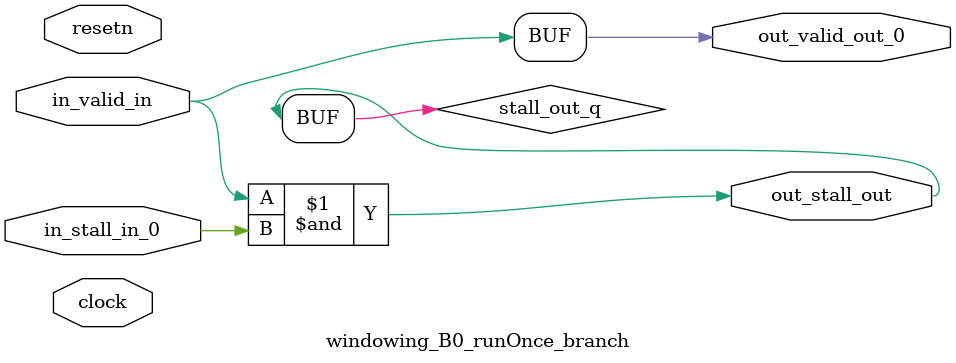
<source format=sv>



(* altera_attribute = "-name AUTO_SHIFT_REGISTER_RECOGNITION OFF; -name MESSAGE_DISABLE 10036; -name MESSAGE_DISABLE 10037; -name MESSAGE_DISABLE 14130; -name MESSAGE_DISABLE 14320; -name MESSAGE_DISABLE 15400; -name MESSAGE_DISABLE 14130; -name MESSAGE_DISABLE 10036; -name MESSAGE_DISABLE 12020; -name MESSAGE_DISABLE 12030; -name MESSAGE_DISABLE 12010; -name MESSAGE_DISABLE 12110; -name MESSAGE_DISABLE 14320; -name MESSAGE_DISABLE 13410; -name MESSAGE_DISABLE 113007; -name MESSAGE_DISABLE 10958" *)
module windowing_B0_runOnce_branch (
    input wire [0:0] in_stall_in_0,
    input wire [0:0] in_valid_in,
    output wire [0:0] out_stall_out,
    output wire [0:0] out_valid_out_0,
    input wire clock,
    input wire resetn
    );

    wire [0:0] stall_out_q;


    // stall_out(LOGICAL,6)
    assign stall_out_q = in_valid_in & in_stall_in_0;

    // out_stall_out(GPOUT,4)
    assign out_stall_out = stall_out_q;

    // out_valid_out_0(GPOUT,5)
    assign out_valid_out_0 = in_valid_in;

endmodule

</source>
